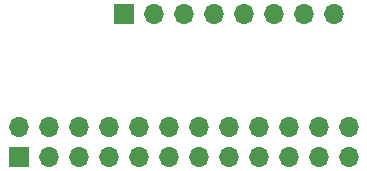
<source format=gbr>
G04 #@! TF.GenerationSoftware,KiCad,Pcbnew,(6.0.0-rc1-dev)*
G04 #@! TF.CreationDate,2018-07-25T09:22:39-05:00*
G04 #@! TF.ProjectId,Flir3,466C6972332E6B696361645F70636200,rev?*
G04 #@! TF.SameCoordinates,Original*
G04 #@! TF.FileFunction,Copper,L2,Bot,Signal*
G04 #@! TF.FilePolarity,Positive*
%FSLAX46Y46*%
G04 Gerber Fmt 4.6, Leading zero omitted, Abs format (unit mm)*
G04 Created by KiCad (PCBNEW (6.0.0-rc1-dev)) date 07/25/18 09:22:39*
%MOMM*%
%LPD*%
G01*
G04 APERTURE LIST*
G04 #@! TA.AperFunction,ComponentPad*
%ADD10O,1.700000X1.700000*%
G04 #@! TD*
G04 #@! TA.AperFunction,ComponentPad*
%ADD11R,1.700000X1.700000*%
G04 #@! TD*
G04 APERTURE END LIST*
D10*
G04 #@! TO.P,J1,8*
G04 #@! TO.N,Net-(J1-Pad8)*
X117094000Y-103733600D03*
G04 #@! TO.P,J1,7*
G04 #@! TO.N,Net-(J1-Pad7)*
X114554000Y-103733600D03*
G04 #@! TO.P,J1,6*
G04 #@! TO.N,Net-(J1-Pad6)*
X112014000Y-103733600D03*
G04 #@! TO.P,J1,5*
G04 #@! TO.N,Net-(J1-Pad5)*
X109474000Y-103733600D03*
G04 #@! TO.P,J1,4*
G04 #@! TO.N,GNDD*
X106934000Y-103733600D03*
G04 #@! TO.P,J1,3*
G04 #@! TO.N,+3V3*
X104394000Y-103733600D03*
G04 #@! TO.P,J1,2*
G04 #@! TO.N,Net-(J1-Pad2)*
X101854000Y-103733600D03*
D11*
G04 #@! TO.P,J1,1*
G04 #@! TO.N,Net-(J1-Pad1)*
X99314000Y-103733600D03*
G04 #@! TD*
D10*
G04 #@! TO.P,J2,24*
G04 #@! TO.N,Net-(J2-Pad24)*
X118364000Y-113284000D03*
G04 #@! TO.P,J2,23*
G04 #@! TO.N,Net-(J2-Pad23)*
X118364000Y-115824000D03*
G04 #@! TO.P,J2,22*
G04 #@! TO.N,Net-(J1-Pad5)*
X115824000Y-113284000D03*
G04 #@! TO.P,J2,21*
G04 #@! TO.N,Net-(J1-Pad6)*
X115824000Y-115824000D03*
G04 #@! TO.P,J2,20*
G04 #@! TO.N,Net-(J1-Pad2)*
X113284000Y-113284000D03*
G04 #@! TO.P,J2,19*
G04 #@! TO.N,Net-(J1-Pad1)*
X113284000Y-115824000D03*
G04 #@! TO.P,J2,18*
G04 #@! TO.N,Net-(J2-Pad18)*
X110744000Y-113284000D03*
G04 #@! TO.P,J2,17*
G04 #@! TO.N,Net-(J1-Pad8)*
X110744000Y-115824000D03*
G04 #@! TO.P,J2,16*
G04 #@! TO.N,Net-(J2-Pad16)*
X108204000Y-113284000D03*
G04 #@! TO.P,J2,15*
G04 #@! TO.N,Net-(J2-Pad15)*
X108204000Y-115824000D03*
G04 #@! TO.P,J2,14*
G04 #@! TO.N,Net-(J2-Pad14)*
X105664000Y-113284000D03*
G04 #@! TO.P,J2,13*
G04 #@! TO.N,Net-(J2-Pad13)*
X105664000Y-115824000D03*
G04 #@! TO.P,J2,12*
G04 #@! TO.N,Net-(J2-Pad12)*
X103124000Y-113284000D03*
G04 #@! TO.P,J2,11*
G04 #@! TO.N,Net-(J2-Pad11)*
X103124000Y-115824000D03*
G04 #@! TO.P,J2,10*
G04 #@! TO.N,Net-(J2-Pad10)*
X100584000Y-113284000D03*
G04 #@! TO.P,J2,9*
G04 #@! TO.N,Net-(J2-Pad9)*
X100584000Y-115824000D03*
G04 #@! TO.P,J2,8*
G04 #@! TO.N,SYS_5V*
X98044000Y-113284000D03*
G04 #@! TO.P,J2,7*
G04 #@! TO.N,Net-(J2-Pad7)*
X98044000Y-115824000D03*
G04 #@! TO.P,J2,6*
G04 #@! TO.N,+5V*
X95504000Y-113284000D03*
G04 #@! TO.P,J2,5*
G04 #@! TO.N,Net-(J2-Pad5)*
X95504000Y-115824000D03*
G04 #@! TO.P,J2,4*
G04 #@! TO.N,+3V3*
X92964000Y-113284000D03*
G04 #@! TO.P,J2,3*
G04 #@! TO.N,Net-(J2-Pad3)*
X92964000Y-115824000D03*
G04 #@! TO.P,J2,2*
G04 #@! TO.N,GNDD*
X90424000Y-113284000D03*
D11*
G04 #@! TO.P,J2,1*
X90424000Y-115824000D03*
G04 #@! TD*
M02*

</source>
